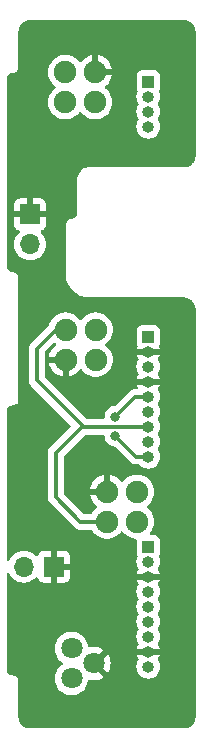
<source format=gbl>
G04 #@! TF.GenerationSoftware,KiCad,Pcbnew,7.0.11-7.0.11~ubuntu23.10.1*
G04 #@! TF.CreationDate,2024-06-17T23:23:06+02:00*
G04 #@! TF.ProjectId,Hardware_NanoPi_v7_ConnectorPlate,48617264-7761-4726-955f-4e616e6f5069,rev?*
G04 #@! TF.SameCoordinates,Original*
G04 #@! TF.FileFunction,Copper,L2,Bot*
G04 #@! TF.FilePolarity,Positive*
%FSLAX46Y46*%
G04 Gerber Fmt 4.6, Leading zero omitted, Abs format (unit mm)*
G04 Created by KiCad (PCBNEW 7.0.11-7.0.11~ubuntu23.10.1) date 2024-06-17 23:23:06*
%MOMM*%
%LPD*%
G01*
G04 APERTURE LIST*
G04 #@! TA.AperFunction,ComponentPad*
%ADD10R,1.000000X1.000000*%
G04 #@! TD*
G04 #@! TA.AperFunction,ComponentPad*
%ADD11O,1.000000X1.000000*%
G04 #@! TD*
G04 #@! TA.AperFunction,ComponentPad*
%ADD12O,1.900000X1.900000*%
G04 #@! TD*
G04 #@! TA.AperFunction,ComponentPad*
%ADD13C,1.800000*%
G04 #@! TD*
G04 #@! TA.AperFunction,ComponentPad*
%ADD14R,1.700000X1.700000*%
G04 #@! TD*
G04 #@! TA.AperFunction,ComponentPad*
%ADD15O,1.700000X1.700000*%
G04 #@! TD*
G04 #@! TA.AperFunction,ViaPad*
%ADD16C,0.800000*%
G04 #@! TD*
G04 #@! TA.AperFunction,Conductor*
%ADD17C,0.300000*%
G04 #@! TD*
G04 #@! TA.AperFunction,Conductor*
%ADD18C,0.350000*%
G04 #@! TD*
G04 APERTURE END LIST*
D10*
G04 #@! TO.P,J10,1,Pin_1*
G04 #@! TO.N,unconnected-(J10-Pin_1-Pad1)*
X12000000Y52760000D03*
D11*
G04 #@! TO.P,J10,2,Pin_2*
G04 #@! TO.N,unconnected-(J10-Pin_2-Pad2)*
X12000000Y51490000D03*
G04 #@! TO.P,J10,3,Pin_3*
G04 #@! TO.N,unconnected-(J10-Pin_3-Pad3)*
X12000000Y50220000D03*
G04 #@! TO.P,J10,4,Pin_4*
G04 #@! TO.N,unconnected-(J10-Pin_4-Pad4)*
X12000000Y48950000D03*
G04 #@! TD*
D10*
G04 #@! TO.P,J6,1,Pin_1*
G04 #@! TO.N,VBUS*
X12000000Y31170000D03*
D11*
G04 #@! TO.P,J6,2,Pin_2*
G04 #@! TO.N,GND*
X12000000Y29900000D03*
G04 #@! TO.P,J6,3,Pin_3*
G04 #@! TO.N,unconnected-(J6-Pin_3-Pad3)*
X12000000Y28630000D03*
G04 #@! TO.P,J6,4,Pin_4*
G04 #@! TO.N,GND*
X12000000Y27360000D03*
G04 #@! TO.P,J6,5,Pin_5*
G04 #@! TO.N,USBHost-DP1*
X12000000Y26090000D03*
G04 #@! TO.P,J6,6,Pin_6*
G04 #@! TO.N,USBHost-DM1*
X12000000Y24820000D03*
G04 #@! TO.P,J6,7,Pin_7*
G04 #@! TO.N,VDD_5V*
X12000000Y23550000D03*
G04 #@! TO.P,J6,8,Pin_8*
G04 #@! TO.N,USBHost-DP2*
X12000000Y22280000D03*
G04 #@! TO.P,J6,9,Pin_9*
G04 #@! TO.N,USBHost-DM2*
X12000000Y21010000D03*
G04 #@! TD*
D12*
G04 #@! TO.P,J4,1,Pin_1*
G04 #@! TO.N,VBUS*
X7500000Y51030000D03*
G04 #@! TO.P,J4,2,Pin_2*
G04 #@! TO.N,unconnected-(J4-Pin_2-Pad2)*
X4960000Y53570000D03*
G04 #@! TO.P,J4,3,Pin_3*
G04 #@! TO.N,unconnected-(J4-Pin_3-Pad3)*
X4960000Y51030000D03*
G04 #@! TO.P,J4,4,Pin_4*
G04 #@! TO.N,GND*
X7500000Y53570000D03*
G04 #@! TD*
G04 #@! TO.P,J3,1,Pin_1*
G04 #@! TO.N,VDD_5V*
X8500000Y15500000D03*
G04 #@! TO.P,J3,2,Pin_2*
G04 #@! TO.N,Net-(J3-Pin_2)*
X11040000Y15500000D03*
G04 #@! TO.P,J3,3,Pin_3*
G04 #@! TO.N,Net-(J3-Pin_3)*
X11040000Y18040000D03*
G04 #@! TO.P,J3,4,Pin_4*
G04 #@! TO.N,GND*
X8500000Y18040000D03*
G04 #@! TD*
G04 #@! TO.P,J2,1,Pin_1*
G04 #@! TO.N,VDD_5V*
X5000000Y31770000D03*
G04 #@! TO.P,J2,2,Pin_2*
G04 #@! TO.N,Net-(J2-Pin_2)*
X7540000Y29230000D03*
G04 #@! TO.P,J2,3,Pin_3*
G04 #@! TO.N,Net-(J2-Pin_3)*
X7540000Y31770000D03*
G04 #@! TO.P,J2,4,Pin_4*
G04 #@! TO.N,GND*
X5000000Y29230000D03*
G04 #@! TD*
D13*
G04 #@! TO.P,J5,1,Pin_1*
G04 #@! TO.N,R2IN*
X5500000Y2230000D03*
G04 #@! TO.P,J5,2,Pin_2*
G04 #@! TO.N,T2OUT*
X5500000Y4770000D03*
G04 #@! TO.P,J5,3,Pin_3*
G04 #@! TO.N,GND*
X7405000Y3500000D03*
G04 #@! TD*
D14*
G04 #@! TO.P,J12,1,Pin_1*
G04 #@! TO.N,GND*
X2000000Y41520000D03*
D15*
G04 #@! TO.P,J12,2,Pin_2*
G04 #@! TO.N,PWRBTN*
X2000000Y38980000D03*
G04 #@! TD*
D10*
G04 #@! TO.P,J8,1,Pin_1*
G04 #@! TO.N,T2OUT*
X12000000Y13390000D03*
D11*
G04 #@! TO.P,J8,2,Pin_2*
G04 #@! TO.N,R2IN*
X12000000Y12120000D03*
G04 #@! TO.P,J8,3,Pin_3*
G04 #@! TO.N,GND*
X12000000Y10850000D03*
G04 #@! TO.P,J8,4,Pin_4*
G04 #@! TO.N,unconnected-(J8-Pin_4-Pad4)*
X12000000Y9580000D03*
G04 #@! TO.P,J8,5,Pin_5*
G04 #@! TO.N,unconnected-(J8-Pin_5-Pad5)*
X12000000Y8310000D03*
G04 #@! TO.P,J8,6,Pin_6*
G04 #@! TO.N,unconnected-(J8-Pin_6-Pad6)*
X12000000Y7040000D03*
G04 #@! TO.P,J8,7,Pin_7*
G04 #@! TO.N,unconnected-(J8-Pin_7-Pad7)*
X12000000Y5770000D03*
G04 #@! TO.P,J8,8,Pin_8*
G04 #@! TO.N,GND*
X12000000Y4500000D03*
G04 #@! TO.P,J8,9,Pin_9*
G04 #@! TO.N,PWRBTN*
X12000000Y3230000D03*
G04 #@! TD*
D14*
G04 #@! TO.P,J11,1,Pin_1*
G04 #@! TO.N,GND*
X4000000Y11700000D03*
D15*
G04 #@! TO.P,J11,2,Pin_2*
G04 #@! TO.N,PWRBTN*
X1460000Y11700000D03*
G04 #@! TD*
D16*
G04 #@! TO.N,USBHost-DM2*
X9200000Y22775000D03*
G04 #@! TO.N,USBHost-DP1*
X9200000Y24400000D03*
G04 #@! TO.N,GND*
X3750000Y23600000D03*
X10450000Y4500000D03*
X10575001Y10825000D03*
X1600000Y47800000D03*
X6300000Y27450000D03*
X7950000Y5600000D03*
X9350000Y2900000D03*
X6200000Y46750000D03*
X7150000Y12600000D03*
X6050000Y21250000D03*
X5450000Y19400000D03*
X14300000Y56550000D03*
X14800000Y46600000D03*
X10150000Y30350000D03*
X3000000Y56750000D03*
X10200000Y27750000D03*
G04 #@! TD*
D17*
G04 #@! TO.N,USBHost-DM2*
X12000000Y21010000D02*
X10965000Y21010000D01*
X10965000Y21010000D02*
X9200000Y22775000D01*
D18*
G04 #@! TO.N,VDD_5V*
X2550000Y27500000D02*
X2550000Y30150000D01*
X6500000Y23550000D02*
X6450000Y23600000D01*
X6450000Y23600000D02*
X4150000Y21300000D01*
X12000000Y23550000D02*
X6500000Y23550000D01*
X6250000Y15500000D02*
X8500000Y15500000D01*
X6450000Y23600000D02*
X2550000Y27500000D01*
X4150000Y17600000D02*
X6250000Y15500000D01*
X2550000Y30150000D02*
X4170000Y31770000D01*
X4150000Y21300000D02*
X4150000Y17600000D01*
X4170000Y31770000D02*
X5000000Y31770000D01*
D17*
G04 #@! TO.N,USBHost-DP1*
X9200000Y24400000D02*
X10890000Y26090000D01*
X10890000Y26090000D02*
X12000000Y26090000D01*
G04 #@! TD*
G04 #@! TA.AperFunction,Conductor*
G04 #@! TO.N,GND*
G36*
X15005392Y57999028D02*
G01*
X15017433Y57997975D01*
X15044880Y57995574D01*
X15045961Y57995474D01*
X15171776Y57983082D01*
X15191685Y57979459D01*
X15256467Y57962101D01*
X15260203Y57961034D01*
X15351570Y57933318D01*
X15367959Y57927048D01*
X15433867Y57896314D01*
X15439867Y57893315D01*
X15482639Y57870452D01*
X15519046Y57850992D01*
X15531715Y57843209D01*
X15592889Y57800375D01*
X15600430Y57794654D01*
X15668455Y57738828D01*
X15677472Y57730655D01*
X15730653Y57677474D01*
X15738826Y57668457D01*
X15794652Y57600432D01*
X15800373Y57592891D01*
X15843207Y57531717D01*
X15850990Y57519048D01*
X15893304Y57439886D01*
X15896328Y57433837D01*
X15927041Y57367973D01*
X15933319Y57351564D01*
X15961008Y57260287D01*
X15962123Y57256384D01*
X15979454Y57191702D01*
X15983082Y57171762D01*
X15995456Y57046118D01*
X15995581Y57044777D01*
X15999028Y57005396D01*
X15999500Y56994584D01*
X15999500Y46505417D01*
X15999028Y46494604D01*
X15995581Y46455224D01*
X15995456Y46453884D01*
X15983082Y46328240D01*
X15979454Y46308300D01*
X15962123Y46243618D01*
X15961008Y46239715D01*
X15933319Y46148438D01*
X15927041Y46132029D01*
X15896328Y46066165D01*
X15893304Y46060116D01*
X15850990Y45980954D01*
X15843207Y45968285D01*
X15800373Y45907111D01*
X15794652Y45899570D01*
X15738826Y45831545D01*
X15730653Y45822528D01*
X15677472Y45769347D01*
X15668455Y45761174D01*
X15600430Y45705348D01*
X15592889Y45699627D01*
X15531715Y45656793D01*
X15519046Y45649010D01*
X15439884Y45606696D01*
X15433835Y45603672D01*
X15367971Y45572959D01*
X15351562Y45566681D01*
X15260285Y45538992D01*
X15256382Y45537877D01*
X15191700Y45520546D01*
X15171760Y45516918D01*
X15046116Y45504544D01*
X15044776Y45504419D01*
X15009760Y45501354D01*
X15005392Y45500972D01*
X14994584Y45500500D01*
X6912465Y45500500D01*
X6740062Y45470102D01*
X6575553Y45410225D01*
X6423942Y45322691D01*
X6289836Y45210164D01*
X6177309Y45076058D01*
X6089775Y44924447D01*
X6029898Y44759938D01*
X5999500Y44587535D01*
X5999500Y41653406D01*
X5998721Y41639527D01*
X5996666Y41621282D01*
X5996386Y41618987D01*
X5986074Y41540606D01*
X5980178Y41515836D01*
X5968817Y41483359D01*
X5966336Y41476858D01*
X5944547Y41424245D01*
X5934981Y41405725D01*
X5914657Y41373375D01*
X5908040Y41363860D01*
X5875499Y41321446D01*
X5864801Y41309246D01*
X5837184Y41281628D01*
X5824991Y41270935D01*
X5782581Y41238390D01*
X5773067Y41231772D01*
X5740715Y41211442D01*
X5722195Y41201873D01*
X5669577Y41180076D01*
X5663076Y41177594D01*
X5630651Y41166248D01*
X5605840Y41160345D01*
X5525437Y41149787D01*
X5523179Y41149512D01*
X5511961Y41148248D01*
X5507338Y41147727D01*
X5493454Y41146947D01*
X5448528Y41146947D01*
X5448091Y41146900D01*
X5443611Y41146900D01*
X5443609Y41146900D01*
X5443603Y41146899D01*
X5333660Y41121807D01*
X5232047Y41072877D01*
X5143872Y41002566D01*
X5143868Y41002561D01*
X5073549Y40914394D01*
X5024609Y40812787D01*
X5024608Y40812784D01*
X4999506Y40702841D01*
X4999505Y40702834D01*
X4999500Y40646541D01*
X4999500Y36368873D01*
X5021359Y36202846D01*
X5033730Y36108884D01*
X5067597Y35982491D01*
X5101602Y35855582D01*
X5101605Y35855572D01*
X5201953Y35613310D01*
X5201958Y35613300D01*
X5333075Y35386197D01*
X5492718Y35178149D01*
X5492726Y35178140D01*
X5678140Y34992726D01*
X5678148Y34992719D01*
X5886196Y34833076D01*
X6113299Y34701959D01*
X6113309Y34701954D01*
X6232212Y34652703D01*
X6355581Y34601602D01*
X6608884Y34533730D01*
X6868880Y34499500D01*
X6999901Y34499500D01*
X14994587Y34499500D01*
X15005392Y34499028D01*
X15017433Y34497975D01*
X15044880Y34495574D01*
X15045961Y34495474D01*
X15171776Y34483082D01*
X15191685Y34479459D01*
X15256467Y34462101D01*
X15260203Y34461034D01*
X15351570Y34433318D01*
X15367959Y34427048D01*
X15433867Y34396314D01*
X15439867Y34393315D01*
X15482639Y34370452D01*
X15519046Y34350992D01*
X15531715Y34343209D01*
X15592889Y34300375D01*
X15600430Y34294654D01*
X15668455Y34238828D01*
X15677472Y34230655D01*
X15730653Y34177474D01*
X15738826Y34168457D01*
X15794652Y34100432D01*
X15800373Y34092891D01*
X15843207Y34031717D01*
X15850990Y34019048D01*
X15893304Y33939886D01*
X15896328Y33933837D01*
X15927041Y33867973D01*
X15933319Y33851564D01*
X15961008Y33760287D01*
X15962123Y33756384D01*
X15979454Y33691702D01*
X15983082Y33671762D01*
X15995456Y33546118D01*
X15995581Y33544777D01*
X15999028Y33505396D01*
X15999500Y33494584D01*
X15999500Y-994583D01*
X15999028Y-1005396D01*
X15995581Y-1044776D01*
X15995456Y-1046116D01*
X15983082Y-1171760D01*
X15979454Y-1191700D01*
X15962123Y-1256382D01*
X15961008Y-1260285D01*
X15933319Y-1351562D01*
X15927041Y-1367971D01*
X15896328Y-1433835D01*
X15893304Y-1439884D01*
X15850990Y-1519046D01*
X15843207Y-1531715D01*
X15800373Y-1592889D01*
X15794652Y-1600430D01*
X15738826Y-1668455D01*
X15730653Y-1677472D01*
X15677472Y-1730653D01*
X15668455Y-1738826D01*
X15600430Y-1794652D01*
X15592889Y-1800373D01*
X15531715Y-1843207D01*
X15519046Y-1850990D01*
X15439884Y-1893304D01*
X15433835Y-1896328D01*
X15367971Y-1927041D01*
X15351562Y-1933319D01*
X15260285Y-1961008D01*
X15256382Y-1962123D01*
X15191700Y-1979454D01*
X15171760Y-1983082D01*
X15046116Y-1995456D01*
X15044776Y-1995581D01*
X15009760Y-1998646D01*
X15005392Y-1999028D01*
X14994584Y-1999500D01*
X2005416Y-1999500D01*
X1994606Y-1999028D01*
X1992001Y-1998800D01*
X1955223Y-1995581D01*
X1953882Y-1995456D01*
X1828238Y-1983082D01*
X1808298Y-1979454D01*
X1743616Y-1962123D01*
X1739713Y-1961008D01*
X1648436Y-1933319D01*
X1632027Y-1927041D01*
X1566163Y-1896328D01*
X1560114Y-1893304D01*
X1480952Y-1850990D01*
X1468283Y-1843207D01*
X1407109Y-1800373D01*
X1399568Y-1794652D01*
X1331543Y-1738826D01*
X1322526Y-1730653D01*
X1269345Y-1677472D01*
X1261172Y-1668455D01*
X1205346Y-1600430D01*
X1199625Y-1592889D01*
X1156791Y-1531715D01*
X1149008Y-1519046D01*
X1129548Y-1482639D01*
X1106685Y-1439867D01*
X1103686Y-1433867D01*
X1072952Y-1367959D01*
X1066682Y-1351570D01*
X1038966Y-1260203D01*
X1037899Y-1256467D01*
X1020541Y-1191685D01*
X1016918Y-1171776D01*
X1004526Y-1045961D01*
X1004417Y-1044776D01*
X1000972Y-1005391D01*
X1000500Y-994586D01*
X1000500Y2056392D01*
X1000499Y2056400D01*
X975403Y2166351D01*
X944754Y2229994D01*
X4094700Y2229994D01*
X4113864Y1998703D01*
X4113866Y1998692D01*
X4170842Y1773700D01*
X4264075Y1561152D01*
X4391016Y1366853D01*
X4391019Y1366849D01*
X4391021Y1366847D01*
X4548216Y1196087D01*
X4548219Y1196085D01*
X4548222Y1196082D01*
X4731365Y1053536D01*
X4731371Y1053532D01*
X4731374Y1053530D01*
X4935497Y943064D01*
X5049487Y903932D01*
X5155015Y867703D01*
X5155017Y867703D01*
X5155019Y867702D01*
X5383951Y829500D01*
X5383952Y829500D01*
X5616048Y829500D01*
X5616049Y829500D01*
X5844981Y867702D01*
X6064503Y943064D01*
X6268626Y1053530D01*
X6451784Y1196087D01*
X6608979Y1366847D01*
X6735924Y1561151D01*
X6829157Y1773700D01*
X6886134Y1998695D01*
X6889029Y2033645D01*
X6914182Y2098828D01*
X6970584Y2140066D01*
X7040327Y2144266D01*
X7052876Y2140683D01*
X7060143Y2138188D01*
X7288993Y2100000D01*
X7521007Y2100000D01*
X7749860Y2138189D01*
X7969293Y2213521D01*
X7969301Y2213524D01*
X8173355Y2323953D01*
X8203797Y2347649D01*
X8203798Y2347649D01*
X7449400Y3102047D01*
X7530148Y3114835D01*
X7643045Y3172359D01*
X7732641Y3261955D01*
X7790165Y3374852D01*
X7802953Y3455600D01*
X8556186Y2702367D01*
X8640482Y2831389D01*
X8733682Y3043865D01*
X8790638Y3268782D01*
X8809798Y3499995D01*
X8809798Y3500006D01*
X8790638Y3731219D01*
X8733682Y3956136D01*
X8640484Y4168607D01*
X8556186Y4297635D01*
X7802953Y3544402D01*
X7790165Y3625148D01*
X7732641Y3738045D01*
X7643045Y3827641D01*
X7530148Y3885165D01*
X7449400Y3897954D01*
X8203797Y4652353D01*
X8203797Y4652355D01*
X8173360Y4676045D01*
X8173354Y4676049D01*
X7969302Y4786477D01*
X7969293Y4786480D01*
X7749860Y4861812D01*
X7521007Y4900000D01*
X7288993Y4900000D01*
X7060140Y4861812D01*
X7052867Y4859315D01*
X6983069Y4856166D01*
X6922648Y4891253D01*
X6890788Y4953437D01*
X6889030Y4966345D01*
X6886134Y5001305D01*
X6870146Y5064441D01*
X6829157Y5226301D01*
X6735924Y5438849D01*
X6608983Y5633148D01*
X6608980Y5633151D01*
X6608979Y5633153D01*
X6451784Y5803913D01*
X6451779Y5803917D01*
X6451777Y5803919D01*
X6268634Y5946465D01*
X6268628Y5946469D01*
X6064504Y6056936D01*
X6064495Y6056939D01*
X5844984Y6132298D01*
X5673282Y6160950D01*
X5616049Y6170500D01*
X5383951Y6170500D01*
X5338164Y6162860D01*
X5155015Y6132298D01*
X4935504Y6056939D01*
X4935495Y6056936D01*
X4731371Y5946469D01*
X4731365Y5946465D01*
X4548222Y5803919D01*
X4548219Y5803916D01*
X4391016Y5633148D01*
X4264075Y5438849D01*
X4170842Y5226301D01*
X4113866Y5001309D01*
X4113864Y5001298D01*
X4094700Y4770007D01*
X4094700Y4769994D01*
X4113864Y4538703D01*
X4113866Y4538692D01*
X4170842Y4313700D01*
X4264075Y4101152D01*
X4391016Y3906853D01*
X4391019Y3906849D01*
X4391021Y3906847D01*
X4548216Y3736087D01*
X4548219Y3736085D01*
X4548222Y3736082D01*
X4725818Y3597853D01*
X4766631Y3541143D01*
X4770306Y3471370D01*
X4735674Y3410687D01*
X4725818Y3402147D01*
X4548222Y3263919D01*
X4548219Y3263916D01*
X4391016Y3093148D01*
X4264075Y2898849D01*
X4170842Y2686301D01*
X4113866Y2461309D01*
X4113864Y2461298D01*
X4094700Y2230007D01*
X4094700Y2229994D01*
X944754Y2229994D01*
X926467Y2267967D01*
X926466Y2267970D01*
X881819Y2323953D01*
X856146Y2356146D01*
X826753Y2379587D01*
X767969Y2426467D01*
X767966Y2426468D01*
X666350Y2475404D01*
X556399Y2500500D01*
X556393Y2500500D01*
X506966Y2500500D01*
X493079Y2501280D01*
X474783Y2503342D01*
X472484Y2503623D01*
X394169Y2513934D01*
X369401Y2519831D01*
X336904Y2531202D01*
X330407Y2533682D01*
X297958Y2547122D01*
X277813Y2555467D01*
X259296Y2565033D01*
X226945Y2585361D01*
X217431Y2591979D01*
X175018Y2624524D01*
X162824Y2635218D01*
X135216Y2662826D01*
X124522Y2675020D01*
X91977Y2717433D01*
X85359Y2726947D01*
X82163Y2732033D01*
X65027Y2759305D01*
X55469Y2777805D01*
X33674Y2830425D01*
X31200Y2836906D01*
X19829Y2869403D01*
X13932Y2894172D01*
X13316Y2898849D01*
X3616Y2972533D01*
X3338Y2974811D01*
X1280Y2993077D01*
X500Y3006960D01*
X500Y11075025D01*
X20185Y11142064D01*
X72989Y11187819D01*
X142147Y11197763D01*
X205703Y11168738D01*
X236882Y11127429D01*
X285963Y11022174D01*
X285967Y11022166D01*
X366394Y10907306D01*
X421505Y10828599D01*
X588599Y10661505D01*
X665135Y10607914D01*
X782165Y10525968D01*
X782167Y10525967D01*
X782170Y10525965D01*
X996337Y10426097D01*
X1224592Y10364937D01*
X1395319Y10350000D01*
X1459999Y10344341D01*
X1460000Y10344341D01*
X1460001Y10344341D01*
X1524681Y10350000D01*
X1695408Y10364937D01*
X1923663Y10426097D01*
X2137830Y10525965D01*
X2331401Y10661505D01*
X2453717Y10783822D01*
X2515036Y10817304D01*
X2584728Y10812320D01*
X2640662Y10770449D01*
X2657577Y10739472D01*
X2706646Y10607912D01*
X2706649Y10607907D01*
X2792809Y10492813D01*
X2792812Y10492810D01*
X2907906Y10406650D01*
X2907913Y10406646D01*
X3042620Y10356404D01*
X3042627Y10356402D01*
X3102155Y10350001D01*
X3102172Y10350000D01*
X3750000Y10350000D01*
X3750000Y11264499D01*
X3857685Y11215320D01*
X3964237Y11200000D01*
X4035763Y11200000D01*
X4142315Y11215320D01*
X4250000Y11264499D01*
X4250000Y10350000D01*
X4897828Y10350000D01*
X4897844Y10350001D01*
X4957372Y10356402D01*
X4957379Y10356404D01*
X5092086Y10406646D01*
X5092093Y10406650D01*
X5207187Y10492810D01*
X5207190Y10492813D01*
X5293350Y10607907D01*
X5293354Y10607914D01*
X5343596Y10742621D01*
X5343598Y10742628D01*
X5349999Y10802156D01*
X5350000Y10802173D01*
X5350000Y11450000D01*
X4433686Y11450000D01*
X4459493Y11490156D01*
X4500000Y11628111D01*
X4500000Y11771889D01*
X4459493Y11909844D01*
X4433686Y11950000D01*
X5350000Y11950000D01*
X5350000Y12597828D01*
X5349999Y12597845D01*
X5343598Y12657373D01*
X5343596Y12657380D01*
X5293354Y12792087D01*
X5293350Y12792094D01*
X5207190Y12907188D01*
X5207187Y12907191D01*
X5092093Y12993351D01*
X5092086Y12993355D01*
X4957379Y13043597D01*
X4957372Y13043599D01*
X4897844Y13050000D01*
X4250000Y13050000D01*
X4250000Y12135502D01*
X4142315Y12184680D01*
X4035763Y12200000D01*
X3964237Y12200000D01*
X3857685Y12184680D01*
X3750000Y12135502D01*
X3750000Y13050000D01*
X3102155Y13050000D01*
X3042627Y13043599D01*
X3042620Y13043597D01*
X2907913Y12993355D01*
X2907906Y12993351D01*
X2792812Y12907191D01*
X2792809Y12907188D01*
X2706649Y12792094D01*
X2706645Y12792087D01*
X2657578Y12660530D01*
X2615707Y12604596D01*
X2550242Y12580179D01*
X2481969Y12595031D01*
X2453715Y12616181D01*
X2409366Y12660530D01*
X2331401Y12738495D01*
X2331397Y12738498D01*
X2331396Y12738499D01*
X2137834Y12874033D01*
X2137830Y12874035D01*
X2066727Y12907191D01*
X1923663Y12973903D01*
X1923659Y12973904D01*
X1923655Y12973906D01*
X1695413Y13035062D01*
X1695403Y13035064D01*
X1460001Y13055659D01*
X1459999Y13055659D01*
X1224596Y13035064D01*
X1224586Y13035062D01*
X996344Y12973906D01*
X996335Y12973902D01*
X782171Y12874036D01*
X782169Y12874035D01*
X588597Y12738495D01*
X421505Y12571403D01*
X285965Y12377831D01*
X285964Y12377829D01*
X236882Y12272571D01*
X190710Y12220132D01*
X123516Y12200980D01*
X56635Y12221196D01*
X11300Y12274361D01*
X500Y12324976D01*
X500Y24846594D01*
X1278Y24860458D01*
X2169Y24868380D01*
X3344Y24878818D01*
X3595Y24880883D01*
X13927Y24959410D01*
X19816Y24984154D01*
X31197Y25016688D01*
X33642Y25023092D01*
X55458Y25075772D01*
X65015Y25094273D01*
X85353Y25126645D01*
X91937Y25136113D01*
X124520Y25178581D01*
X135177Y25190734D01*
X162824Y25218384D01*
X175007Y25229067D01*
X216809Y25261145D01*
X217419Y25261614D01*
X226924Y25268226D01*
X259289Y25288564D01*
X277792Y25298124D01*
X330472Y25319946D01*
X336840Y25322378D01*
X369362Y25333758D01*
X394151Y25339656D01*
X474700Y25350232D01*
X476692Y25350474D01*
X490377Y25352016D01*
X492671Y25352274D01*
X506547Y25353053D01*
X551472Y25353053D01*
X551909Y25353100D01*
X556386Y25353100D01*
X556389Y25353100D01*
X666341Y25378194D01*
X767953Y25427124D01*
X856130Y25497437D01*
X926451Y25585607D01*
X975391Y25687214D01*
X1000495Y25797164D01*
X1000500Y25853553D01*
X1000500Y25854053D01*
X1000500Y27458915D01*
X1870781Y27458915D01*
X1881207Y27402013D01*
X1882334Y27394613D01*
X1889312Y27337155D01*
X1892637Y27328386D01*
X1898661Y27306777D01*
X1900350Y27297560D01*
X1924095Y27244800D01*
X1926960Y27237883D01*
X1947481Y27183776D01*
X1947481Y27183775D01*
X1952805Y27176062D01*
X1963824Y27156524D01*
X1967671Y27147977D01*
X1967672Y27147975D01*
X1967673Y27147974D01*
X1967674Y27147972D01*
X2003372Y27102408D01*
X2007785Y27096411D01*
X2040668Y27048771D01*
X2083989Y27010392D01*
X2089426Y27005273D01*
X5407017Y23687682D01*
X5440502Y23626359D01*
X5435518Y23556667D01*
X5407017Y23512320D01*
X3689424Y21794727D01*
X3683972Y21789594D01*
X3640669Y21751231D01*
X3640667Y21751228D01*
X3607800Y21703613D01*
X3603363Y21697583D01*
X3567674Y21652030D01*
X3563824Y21643475D01*
X3552808Y21623944D01*
X3547484Y21616230D01*
X3547482Y21616226D01*
X3526965Y21562131D01*
X3524102Y21555219D01*
X3500350Y21502440D01*
X3498661Y21493223D01*
X3492639Y21471619D01*
X3489311Y21462845D01*
X3482334Y21405387D01*
X3481207Y21397989D01*
X3470781Y21341092D01*
X3470781Y21341085D01*
X3474274Y21283337D01*
X3474500Y21275850D01*
X3474500Y17624151D01*
X3474274Y17616664D01*
X3470781Y17558918D01*
X3470781Y17558915D01*
X3481207Y17502013D01*
X3482334Y17494613D01*
X3489312Y17437155D01*
X3492637Y17428386D01*
X3498661Y17406777D01*
X3500350Y17397560D01*
X3524095Y17344800D01*
X3526960Y17337883D01*
X3547481Y17283776D01*
X3547481Y17283775D01*
X3552805Y17276062D01*
X3563824Y17256524D01*
X3567671Y17247977D01*
X3567672Y17247975D01*
X3567673Y17247974D01*
X3567674Y17247972D01*
X3603372Y17202408D01*
X3607785Y17196411D01*
X3640668Y17148771D01*
X3683989Y17110392D01*
X3689426Y17105273D01*
X5755279Y15039419D01*
X5760399Y15033981D01*
X5798771Y14990668D01*
X5798772Y14990667D01*
X5846387Y14957801D01*
X5852421Y14953361D01*
X5897967Y14917678D01*
X5897971Y14917675D01*
X5906506Y14913834D01*
X5926065Y14902803D01*
X5933772Y14897483D01*
X5933773Y14897483D01*
X5933774Y14897482D01*
X5987878Y14876963D01*
X5994788Y14874101D01*
X6047561Y14850350D01*
X6056776Y14848662D01*
X6078389Y14842637D01*
X6087155Y14839312D01*
X6144617Y14832335D01*
X6151977Y14831216D01*
X6208915Y14820781D01*
X6266658Y14824275D01*
X6274145Y14824500D01*
X7141590Y14824500D01*
X7208629Y14804815D01*
X7245398Y14768322D01*
X7333808Y14633002D01*
X7351429Y14606031D01*
X7514236Y14429175D01*
X7514239Y14429173D01*
X7514242Y14429170D01*
X7703924Y14281534D01*
X7703930Y14281530D01*
X7703933Y14281528D01*
X7915344Y14167118D01*
X7915347Y14167117D01*
X8142699Y14089067D01*
X8142701Y14089067D01*
X8142703Y14089066D01*
X8379808Y14049500D01*
X8379809Y14049500D01*
X8620191Y14049500D01*
X8620192Y14049500D01*
X8857297Y14089066D01*
X9084656Y14167118D01*
X9296067Y14281528D01*
X9485764Y14429175D01*
X9648571Y14606031D01*
X9666193Y14633005D01*
X9719337Y14678359D01*
X9788568Y14687783D01*
X9851904Y14658282D01*
X9873804Y14633008D01*
X9891429Y14606031D01*
X10054236Y14429175D01*
X10054239Y14429173D01*
X10054242Y14429170D01*
X10243924Y14281534D01*
X10243930Y14281530D01*
X10243933Y14281528D01*
X10455344Y14167118D01*
X10682703Y14089066D01*
X10895911Y14053488D01*
X10958794Y14023039D01*
X10995234Y13963424D01*
X10999500Y13931180D01*
X10999500Y12842130D01*
X10999501Y12842124D01*
X11005908Y12782517D01*
X11056202Y12647672D01*
X11056204Y12647669D01*
X11062231Y12639618D01*
X11086648Y12574154D01*
X11073105Y12510530D01*
X11073518Y12510359D01*
X11072595Y12508131D01*
X11072324Y12506857D01*
X11071188Y12504733D01*
X11013975Y12316130D01*
X10994659Y12120000D01*
X11013975Y11923871D01*
X11071188Y11735267D01*
X11164086Y11561468D01*
X11167473Y11556399D01*
X11165955Y11555385D01*
X11189918Y11498958D01*
X11178124Y11430091D01*
X11167515Y11413580D01*
X11167893Y11413327D01*
X11164505Y11408258D01*
X11071652Y11234542D01*
X11030839Y11100001D01*
X11030840Y11100000D01*
X11785517Y11100000D01*
X11714199Y11015007D01*
X11675000Y10907306D01*
X11675000Y10792694D01*
X11714199Y10684993D01*
X11785517Y10600000D01*
X11030840Y10600000D01*
X11071652Y10465459D01*
X11164503Y10291747D01*
X11167890Y10286678D01*
X11166215Y10285560D01*
X11189918Y10229741D01*
X11178123Y10160875D01*
X11167158Y10143812D01*
X11167473Y10143601D01*
X11164086Y10138533D01*
X11071188Y9964734D01*
X11013975Y9776130D01*
X10994659Y9580000D01*
X11013975Y9383871D01*
X11071188Y9195267D01*
X11164086Y9021468D01*
X11167473Y9016399D01*
X11165836Y9015306D01*
X11189596Y8959337D01*
X11177795Y8890471D01*
X11167109Y8873844D01*
X11167473Y8873601D01*
X11164086Y8868533D01*
X11071188Y8694734D01*
X11013975Y8506130D01*
X10994659Y8310000D01*
X11013975Y8113871D01*
X11071188Y7925267D01*
X11164086Y7751468D01*
X11167473Y7746399D01*
X11165836Y7745306D01*
X11189596Y7689337D01*
X11177795Y7620471D01*
X11167109Y7603844D01*
X11167473Y7603601D01*
X11164086Y7598533D01*
X11071188Y7424734D01*
X11013975Y7236130D01*
X10994659Y7040000D01*
X11013975Y6843871D01*
X11071188Y6655267D01*
X11164086Y6481468D01*
X11167473Y6476399D01*
X11165836Y6475306D01*
X11189596Y6419337D01*
X11177795Y6350471D01*
X11167109Y6333844D01*
X11167473Y6333601D01*
X11164086Y6328533D01*
X11071188Y6154734D01*
X11013975Y5966130D01*
X10994659Y5770000D01*
X11013975Y5573871D01*
X11071188Y5385267D01*
X11164086Y5211468D01*
X11167473Y5206399D01*
X11165955Y5205385D01*
X11189918Y5148958D01*
X11178124Y5080091D01*
X11167515Y5063580D01*
X11167893Y5063327D01*
X11164505Y5058258D01*
X11071652Y4884542D01*
X11030839Y4750001D01*
X11030840Y4750000D01*
X11785517Y4750000D01*
X11714199Y4665007D01*
X11675000Y4557306D01*
X11675000Y4442694D01*
X11714199Y4334993D01*
X11785517Y4250000D01*
X11030840Y4250000D01*
X11071652Y4115459D01*
X11164503Y3941747D01*
X11167890Y3936678D01*
X11166215Y3935560D01*
X11189918Y3879741D01*
X11178123Y3810875D01*
X11167158Y3793812D01*
X11167473Y3793601D01*
X11164086Y3788533D01*
X11071188Y3614734D01*
X11013975Y3426130D01*
X10994659Y3230000D01*
X11013975Y3033871D01*
X11071188Y2845267D01*
X11164086Y2671468D01*
X11164090Y2671461D01*
X11289116Y2519117D01*
X11441460Y2394091D01*
X11441467Y2394087D01*
X11615266Y2301189D01*
X11615269Y2301189D01*
X11615273Y2301186D01*
X11803868Y2243976D01*
X12000000Y2224659D01*
X12196132Y2243976D01*
X12384727Y2301186D01*
X12558538Y2394090D01*
X12710883Y2519117D01*
X12835910Y2671462D01*
X12928814Y2845273D01*
X12986024Y3033868D01*
X13005341Y3230000D01*
X12986024Y3426132D01*
X12928814Y3614727D01*
X12835910Y3788538D01*
X12835906Y3788543D01*
X12832526Y3793601D01*
X12834044Y3794616D01*
X12810081Y3851038D01*
X12821872Y3919906D01*
X12832492Y3936426D01*
X12832111Y3936680D01*
X12835497Y3941748D01*
X12928347Y4115459D01*
X12969160Y4250000D01*
X12214483Y4250000D01*
X12285801Y4334993D01*
X12325000Y4442694D01*
X12325000Y4557306D01*
X12285801Y4665007D01*
X12214483Y4750000D01*
X12969160Y4750000D01*
X12969160Y4750001D01*
X12928347Y4884542D01*
X12835496Y5058254D01*
X12832110Y5063322D01*
X12833784Y5064441D01*
X12810081Y5120254D01*
X12821874Y5189121D01*
X12832839Y5206182D01*
X12832523Y5206393D01*
X12835904Y5211456D01*
X12835910Y5211462D01*
X12928814Y5385273D01*
X12986024Y5573868D01*
X13005341Y5770000D01*
X12986024Y5966132D01*
X12928814Y6154727D01*
X12835910Y6328538D01*
X12835907Y6328542D01*
X12832523Y6333607D01*
X12834164Y6334704D01*
X12810405Y6390639D01*
X12822194Y6459507D01*
X12832888Y6476149D01*
X12832523Y6476393D01*
X12835904Y6481456D01*
X12835910Y6481462D01*
X12928814Y6655273D01*
X12986024Y6843868D01*
X13005341Y7040000D01*
X12986024Y7236132D01*
X12928814Y7424727D01*
X12835910Y7598538D01*
X12835907Y7598542D01*
X12832523Y7603607D01*
X12834164Y7604704D01*
X12810405Y7660639D01*
X12822194Y7729507D01*
X12832888Y7746149D01*
X12832523Y7746393D01*
X12835904Y7751456D01*
X12835910Y7751462D01*
X12928814Y7925273D01*
X12986024Y8113868D01*
X13005341Y8310000D01*
X12986024Y8506132D01*
X12928814Y8694727D01*
X12835910Y8868538D01*
X12835907Y8868542D01*
X12832523Y8873607D01*
X12834164Y8874704D01*
X12810405Y8930639D01*
X12822194Y8999507D01*
X12832888Y9016149D01*
X12832523Y9016393D01*
X12835904Y9021456D01*
X12835910Y9021462D01*
X12928814Y9195273D01*
X12986024Y9383868D01*
X13005341Y9580000D01*
X12986024Y9776132D01*
X12928814Y9964727D01*
X12835910Y10138538D01*
X12835906Y10138543D01*
X12832526Y10143601D01*
X12834044Y10144616D01*
X12810081Y10201038D01*
X12821872Y10269906D01*
X12832492Y10286426D01*
X12832111Y10286680D01*
X12835497Y10291748D01*
X12928347Y10465459D01*
X12969160Y10600000D01*
X12214483Y10600000D01*
X12285801Y10684993D01*
X12325000Y10792694D01*
X12325000Y10907306D01*
X12285801Y11015007D01*
X12214483Y11100000D01*
X12969160Y11100000D01*
X12969160Y11100001D01*
X12928347Y11234542D01*
X12835496Y11408254D01*
X12832110Y11413322D01*
X12833784Y11414441D01*
X12810081Y11470254D01*
X12821874Y11539121D01*
X12832839Y11556182D01*
X12832523Y11556393D01*
X12835904Y11561456D01*
X12835910Y11561462D01*
X12928814Y11735273D01*
X12986024Y11923868D01*
X13005341Y12120000D01*
X12986024Y12316132D01*
X12928814Y12504727D01*
X12927677Y12506854D01*
X12927418Y12508096D01*
X12926483Y12510355D01*
X12926911Y12510533D01*
X12913435Y12575254D01*
X12937771Y12639621D01*
X12943796Y12647669D01*
X12994091Y12782517D01*
X13000500Y12842127D01*
X13000499Y13937872D01*
X12994091Y13997483D01*
X12984559Y14023039D01*
X12943797Y14132329D01*
X12943793Y14132336D01*
X12857547Y14247545D01*
X12857544Y14247548D01*
X12742335Y14333794D01*
X12742328Y14333798D01*
X12607482Y14384092D01*
X12607483Y14384092D01*
X12547883Y14390499D01*
X12547881Y14390500D01*
X12547873Y14390500D01*
X12547865Y14390500D01*
X12272852Y14390500D01*
X12205813Y14410185D01*
X12160058Y14462989D01*
X12150114Y14532147D01*
X12179139Y14595703D01*
X12181606Y14598466D01*
X12188571Y14606031D01*
X12320049Y14807272D01*
X12416610Y15027409D01*
X12475620Y15260437D01*
X12495471Y15500000D01*
X12475620Y15739563D01*
X12416610Y15972591D01*
X12320049Y16192728D01*
X12309999Y16208110D01*
X12188572Y16393967D01*
X12188571Y16393969D01*
X12025764Y16570825D01*
X11895585Y16672148D01*
X11854773Y16728857D01*
X11851098Y16798630D01*
X11885730Y16859313D01*
X11895585Y16867853D01*
X12025764Y16969175D01*
X12188571Y17146031D01*
X12320049Y17347272D01*
X12416610Y17567409D01*
X12475620Y17800437D01*
X12485101Y17914852D01*
X12495471Y18039995D01*
X12495471Y18040006D01*
X12475620Y18279560D01*
X12475620Y18279563D01*
X12416610Y18512591D01*
X12320049Y18732728D01*
X12188571Y18933969D01*
X12025764Y19110825D01*
X12025759Y19110829D01*
X12025757Y19110831D01*
X11836075Y19258467D01*
X11836069Y19258471D01*
X11624657Y19372882D01*
X11624652Y19372884D01*
X11397300Y19450934D01*
X11219468Y19480609D01*
X11160192Y19490500D01*
X10919808Y19490500D01*
X10872387Y19482587D01*
X10682699Y19450934D01*
X10455347Y19372884D01*
X10455342Y19372882D01*
X10243930Y19258471D01*
X10243924Y19258467D01*
X10054242Y19110831D01*
X10054239Y19110828D01*
X10054236Y19110826D01*
X10054236Y19110825D01*
X10022906Y19076792D01*
X9891428Y18933969D01*
X9873509Y18906541D01*
X9820362Y18861185D01*
X9751130Y18851762D01*
X9687795Y18881265D01*
X9665893Y18906542D01*
X9648178Y18933656D01*
X9485422Y19110456D01*
X9295790Y19258053D01*
X9084455Y19372422D01*
X9084449Y19372424D01*
X8857176Y19450447D01*
X8750000Y19468332D01*
X8750000Y18355686D01*
X8738045Y18367641D01*
X8625148Y18425165D01*
X8531481Y18440000D01*
X8468519Y18440000D01*
X8374852Y18425165D01*
X8261955Y18367641D01*
X8250000Y18355686D01*
X8250000Y19468332D01*
X8249999Y19468332D01*
X8142823Y19450447D01*
X7915550Y19372424D01*
X7915544Y19372422D01*
X7704209Y19258053D01*
X7514577Y19110456D01*
X7351826Y18933662D01*
X7351823Y18933658D01*
X7220393Y18732491D01*
X7123865Y18512429D01*
X7067539Y18290000D01*
X8184314Y18290000D01*
X8172359Y18278045D01*
X8114835Y18165148D01*
X8095014Y18040000D01*
X8114835Y17914852D01*
X8172359Y17801955D01*
X8184314Y17790000D01*
X7067539Y17790000D01*
X7123865Y17567572D01*
X7220393Y17347510D01*
X7351823Y17146343D01*
X7351826Y17146339D01*
X7514577Y16969545D01*
X7644821Y16868172D01*
X7685634Y16811461D01*
X7689309Y16741688D01*
X7654678Y16681005D01*
X7644822Y16672465D01*
X7514238Y16570827D01*
X7351430Y16393971D01*
X7351427Y16393967D01*
X7245398Y16231678D01*
X7192252Y16186321D01*
X7141590Y16175500D01*
X6581164Y16175500D01*
X6514125Y16195185D01*
X6493483Y16211819D01*
X4861819Y17843483D01*
X4828334Y17904806D01*
X4825500Y17931164D01*
X4825500Y20968837D01*
X4845185Y21035876D01*
X4861819Y21056518D01*
X6643483Y22838181D01*
X6704806Y22871666D01*
X6731164Y22874500D01*
X8172432Y22874500D01*
X8239471Y22854815D01*
X8285226Y22802011D01*
X8295752Y22763465D01*
X8314326Y22586744D01*
X8314327Y22586741D01*
X8372818Y22406723D01*
X8372821Y22406716D01*
X8467467Y22242784D01*
X8564477Y22135044D01*
X8594129Y22102112D01*
X8747265Y21990852D01*
X8747270Y21990849D01*
X8920192Y21913858D01*
X8920197Y21913856D01*
X9105354Y21874500D01*
X9129192Y21874500D01*
X9196231Y21854815D01*
X9216873Y21838181D01*
X10444564Y20610490D01*
X10454635Y20597920D01*
X10454822Y20598074D01*
X10459795Y20592063D01*
X10510832Y20544136D01*
X10513629Y20541425D01*
X10533967Y20521087D01*
X10537450Y20518385D01*
X10546326Y20510804D01*
X10572145Y20486559D01*
X10579607Y20479552D01*
X10579610Y20479550D01*
X10579612Y20479549D01*
X10598207Y20469326D01*
X10614468Y20458644D01*
X10623729Y20451461D01*
X10631236Y20445638D01*
X10673138Y20427506D01*
X10683612Y20422375D01*
X10723632Y20400373D01*
X10744204Y20395092D01*
X10762594Y20388795D01*
X10782074Y20380365D01*
X10827175Y20373223D01*
X10838586Y20370859D01*
X10882823Y20359500D01*
X10904045Y20359500D01*
X10923444Y20357974D01*
X10944405Y20354653D01*
X10989860Y20358950D01*
X11001530Y20359500D01*
X11180914Y20359500D01*
X11247953Y20339815D01*
X11276768Y20314164D01*
X11289117Y20299117D01*
X11441460Y20174091D01*
X11441467Y20174087D01*
X11615266Y20081189D01*
X11615269Y20081189D01*
X11615273Y20081186D01*
X11803868Y20023976D01*
X12000000Y20004659D01*
X12196132Y20023976D01*
X12384727Y20081186D01*
X12558538Y20174090D01*
X12710883Y20299117D01*
X12835910Y20451462D01*
X12928814Y20625273D01*
X12986024Y20813868D01*
X13005341Y21010000D01*
X12986024Y21206132D01*
X12928814Y21394727D01*
X12927070Y21397989D01*
X12882089Y21482143D01*
X12835910Y21568538D01*
X12835907Y21568542D01*
X12832523Y21573607D01*
X12834164Y21574704D01*
X12810405Y21630639D01*
X12822194Y21699507D01*
X12832888Y21716149D01*
X12832523Y21716393D01*
X12835904Y21721456D01*
X12835910Y21721462D01*
X12928814Y21895273D01*
X12986024Y22083868D01*
X13005341Y22280000D01*
X12986024Y22476132D01*
X12928814Y22664727D01*
X12835910Y22838538D01*
X12835907Y22838542D01*
X12832523Y22843607D01*
X12834164Y22844704D01*
X12810405Y22900639D01*
X12822194Y22969507D01*
X12832888Y22986149D01*
X12832523Y22986393D01*
X12835904Y22991456D01*
X12835910Y22991462D01*
X12928814Y23165273D01*
X12986024Y23353868D01*
X13005341Y23550000D01*
X12986024Y23746132D01*
X12928814Y23934727D01*
X12835910Y24108538D01*
X12835907Y24108542D01*
X12832523Y24113607D01*
X12834164Y24114704D01*
X12810405Y24170639D01*
X12822194Y24239507D01*
X12832888Y24256149D01*
X12832523Y24256393D01*
X12835904Y24261456D01*
X12835910Y24261462D01*
X12928814Y24435273D01*
X12986024Y24623868D01*
X13005341Y24820000D01*
X12986024Y25016132D01*
X12928814Y25204727D01*
X12835910Y25378538D01*
X12835907Y25378542D01*
X12832523Y25383607D01*
X12834164Y25384704D01*
X12810405Y25440639D01*
X12822194Y25509507D01*
X12832888Y25526149D01*
X12832523Y25526393D01*
X12835904Y25531456D01*
X12835910Y25531462D01*
X12928814Y25705273D01*
X12986024Y25893868D01*
X13005341Y26090000D01*
X12986024Y26286132D01*
X12928814Y26474727D01*
X12835910Y26648538D01*
X12835906Y26648543D01*
X12832526Y26653601D01*
X12834044Y26654616D01*
X12810081Y26711038D01*
X12821872Y26779906D01*
X12832492Y26796426D01*
X12832111Y26796680D01*
X12835497Y26801748D01*
X12928347Y26975459D01*
X12969160Y27110000D01*
X12214483Y27110000D01*
X12285801Y27194993D01*
X12325000Y27302694D01*
X12325000Y27417306D01*
X12285801Y27525007D01*
X12214483Y27610000D01*
X12969160Y27610000D01*
X12969160Y27610001D01*
X12928347Y27744542D01*
X12835496Y27918254D01*
X12832110Y27923322D01*
X12833784Y27924441D01*
X12810081Y27980254D01*
X12821874Y28049121D01*
X12832839Y28066182D01*
X12832523Y28066393D01*
X12835904Y28071456D01*
X12835910Y28071462D01*
X12928814Y28245273D01*
X12986024Y28433868D01*
X13005341Y28630000D01*
X12986024Y28826132D01*
X12928814Y29014727D01*
X12835910Y29188538D01*
X12835906Y29188543D01*
X12832526Y29193601D01*
X12834044Y29194616D01*
X12810081Y29251038D01*
X12821872Y29319906D01*
X12832492Y29336426D01*
X12832111Y29336680D01*
X12835497Y29341748D01*
X12928347Y29515459D01*
X12969160Y29650000D01*
X12214483Y29650000D01*
X12285801Y29734993D01*
X12325000Y29842694D01*
X12325000Y29957306D01*
X12285801Y30065007D01*
X12214483Y30150000D01*
X12969160Y30150000D01*
X12969160Y30150001D01*
X12928348Y30284538D01*
X12927345Y30286415D01*
X12927115Y30287517D01*
X12926018Y30290167D01*
X12926520Y30290376D01*
X12913105Y30354818D01*
X12937440Y30419179D01*
X12943796Y30427669D01*
X12994091Y30562517D01*
X13000500Y30622127D01*
X13000499Y31717872D01*
X12994091Y31777483D01*
X12943796Y31912331D01*
X12943795Y31912332D01*
X12943793Y31912336D01*
X12857547Y32027545D01*
X12857544Y32027548D01*
X12742335Y32113794D01*
X12742328Y32113798D01*
X12607482Y32164092D01*
X12607483Y32164092D01*
X12547883Y32170499D01*
X12547881Y32170500D01*
X12547873Y32170500D01*
X12547864Y32170500D01*
X11452129Y32170500D01*
X11452123Y32170499D01*
X11392516Y32164092D01*
X11257671Y32113798D01*
X11257664Y32113794D01*
X11142455Y32027548D01*
X11142452Y32027545D01*
X11056206Y31912336D01*
X11056202Y31912329D01*
X11005908Y31777483D01*
X10999501Y31717884D01*
X10999501Y31717877D01*
X10999500Y31717865D01*
X10999500Y30622130D01*
X10999501Y30622124D01*
X11005908Y30562517D01*
X11056202Y30427672D01*
X11056206Y30427665D01*
X11062561Y30419176D01*
X11086979Y30353712D01*
X11073495Y30290364D01*
X11073981Y30290162D01*
X11072894Y30287539D01*
X11072655Y30286414D01*
X11071650Y30284536D01*
X11030839Y30150001D01*
X11030840Y30150000D01*
X11785517Y30150000D01*
X11714199Y30065007D01*
X11675000Y29957306D01*
X11675000Y29842694D01*
X11714199Y29734993D01*
X11785517Y29650000D01*
X11030840Y29650000D01*
X11071652Y29515459D01*
X11164503Y29341747D01*
X11167890Y29336678D01*
X11166215Y29335560D01*
X11189918Y29279741D01*
X11178123Y29210875D01*
X11167158Y29193812D01*
X11167473Y29193601D01*
X11164086Y29188533D01*
X11071188Y29014734D01*
X11013975Y28826130D01*
X10994659Y28630000D01*
X11013975Y28433871D01*
X11071188Y28245267D01*
X11164086Y28071468D01*
X11167473Y28066399D01*
X11165955Y28065385D01*
X11189918Y28008958D01*
X11178124Y27940091D01*
X11167515Y27923580D01*
X11167893Y27923327D01*
X11164505Y27918258D01*
X11071652Y27744542D01*
X11030839Y27610001D01*
X11030840Y27610000D01*
X11785517Y27610000D01*
X11714199Y27525007D01*
X11675000Y27417306D01*
X11675000Y27302694D01*
X11714199Y27194993D01*
X11785517Y27110000D01*
X11030840Y27110000D01*
X11071652Y26975461D01*
X11099718Y26922952D01*
X11113959Y26854549D01*
X11088958Y26789306D01*
X11032653Y26747936D01*
X10990359Y26740500D01*
X10975505Y26740500D01*
X10959494Y26742268D01*
X10959472Y26742026D01*
X10951705Y26742760D01*
X10951704Y26742760D01*
X10881738Y26740561D01*
X10877843Y26740500D01*
X10849075Y26740500D01*
X10849072Y26740500D01*
X10849057Y26740499D01*
X10844687Y26739947D01*
X10833059Y26739032D01*
X10787435Y26737598D01*
X10787425Y26737596D01*
X10767049Y26731677D01*
X10748008Y26727734D01*
X10726953Y26725074D01*
X10726937Y26725070D01*
X10684486Y26708263D01*
X10673440Y26704481D01*
X10629599Y26691744D01*
X10611327Y26680938D01*
X10593861Y26672381D01*
X10574128Y26664568D01*
X10537193Y26637734D01*
X10527434Y26631324D01*
X10488132Y26608080D01*
X10473126Y26593074D01*
X10458336Y26580442D01*
X10441167Y26567968D01*
X10441165Y26567966D01*
X10412056Y26532781D01*
X10404196Y26524144D01*
X9216873Y25336819D01*
X9155550Y25303334D01*
X9129192Y25300500D01*
X9105354Y25300500D01*
X9094176Y25298124D01*
X8920197Y25261145D01*
X8920192Y25261143D01*
X8747270Y25184152D01*
X8747265Y25184149D01*
X8594129Y25072889D01*
X8467466Y24932215D01*
X8372821Y24768285D01*
X8372818Y24768278D01*
X8325898Y24623871D01*
X8314326Y24588256D01*
X8294540Y24400000D01*
X8298485Y24362460D01*
X8285917Y24293732D01*
X8238185Y24242708D01*
X8175165Y24225500D01*
X6831163Y24225500D01*
X6764124Y24245185D01*
X6743482Y24261819D01*
X3261819Y27743482D01*
X3228334Y27804805D01*
X3225500Y27831163D01*
X3225500Y29818838D01*
X3245185Y29885877D01*
X3261815Y29906515D01*
X3959434Y30604135D01*
X4020755Y30637618D01*
X4090446Y30632634D01*
X4123273Y30614307D01*
X4144819Y30597538D01*
X4185633Y30540829D01*
X4189309Y30471056D01*
X4154680Y30410372D01*
X4144822Y30401830D01*
X4014578Y30300457D01*
X3851826Y30123662D01*
X3851823Y30123658D01*
X3720393Y29922491D01*
X3623865Y29702429D01*
X3567539Y29480000D01*
X4684314Y29480000D01*
X4672359Y29468045D01*
X4614835Y29355148D01*
X4595014Y29230000D01*
X4614835Y29104852D01*
X4672359Y28991955D01*
X4684314Y28980000D01*
X3567539Y28980000D01*
X3623865Y28757572D01*
X3720393Y28537510D01*
X3851823Y28336343D01*
X3851826Y28336339D01*
X4014577Y28159545D01*
X4204209Y28011948D01*
X4415544Y27897579D01*
X4415550Y27897577D01*
X4642823Y27819554D01*
X4749999Y27801670D01*
X4750000Y27801670D01*
X4750000Y28914314D01*
X4761955Y28902359D01*
X4874852Y28844835D01*
X4968519Y28830000D01*
X5031481Y28830000D01*
X5125148Y28844835D01*
X5238045Y28902359D01*
X5250000Y28914314D01*
X5250000Y27801670D01*
X5357176Y27819554D01*
X5584449Y27897577D01*
X5584455Y27897579D01*
X5795790Y28011948D01*
X5985422Y28159545D01*
X6148177Y28336344D01*
X6165891Y28363457D01*
X6219036Y28408815D01*
X6288267Y28418240D01*
X6351603Y28388740D01*
X6373504Y28363467D01*
X6391429Y28336031D01*
X6554236Y28159175D01*
X6554239Y28159173D01*
X6554242Y28159170D01*
X6743924Y28011534D01*
X6743930Y28011530D01*
X6743933Y28011528D01*
X6955344Y27897118D01*
X6955347Y27897117D01*
X7182699Y27819067D01*
X7182701Y27819067D01*
X7182703Y27819066D01*
X7419808Y27779500D01*
X7419809Y27779500D01*
X7660191Y27779500D01*
X7660192Y27779500D01*
X7897297Y27819066D01*
X8124656Y27897118D01*
X8336067Y28011528D01*
X8525764Y28159175D01*
X8688571Y28336031D01*
X8820049Y28537272D01*
X8916610Y28757409D01*
X8975620Y28990437D01*
X8992035Y29188533D01*
X8995471Y29229995D01*
X8995471Y29230006D01*
X8976386Y29460315D01*
X8975620Y29469563D01*
X8916610Y29702591D01*
X8820049Y29922728D01*
X8688571Y30123969D01*
X8525764Y30300825D01*
X8395585Y30402148D01*
X8354773Y30458857D01*
X8351098Y30528630D01*
X8385730Y30589313D01*
X8395585Y30597853D01*
X8525764Y30699175D01*
X8688571Y30876031D01*
X8820049Y31077272D01*
X8916610Y31297409D01*
X8975620Y31530437D01*
X8991151Y31717865D01*
X8995471Y31769995D01*
X8995471Y31770006D01*
X8975620Y32009560D01*
X8975620Y32009563D01*
X8916610Y32242591D01*
X8820049Y32462728D01*
X8809999Y32478110D01*
X8688572Y32663967D01*
X8688571Y32663969D01*
X8525764Y32840825D01*
X8525759Y32840829D01*
X8525757Y32840831D01*
X8336075Y32988467D01*
X8336069Y32988471D01*
X8124657Y33102882D01*
X8124652Y33102884D01*
X7897300Y33180934D01*
X7719468Y33210609D01*
X7660192Y33220500D01*
X7419808Y33220500D01*
X7372387Y33212587D01*
X7182699Y33180934D01*
X6955347Y33102884D01*
X6955342Y33102882D01*
X6743930Y32988471D01*
X6743924Y32988467D01*
X6554242Y32840831D01*
X6554239Y32840828D01*
X6391430Y32663971D01*
X6391429Y32663969D01*
X6373807Y32636997D01*
X6320660Y32591642D01*
X6251429Y32582220D01*
X6188093Y32611723D01*
X6166193Y32636997D01*
X6164154Y32640117D01*
X6148571Y32663969D01*
X5985764Y32840825D01*
X5985759Y32840829D01*
X5985757Y32840831D01*
X5796075Y32988467D01*
X5796069Y32988471D01*
X5584657Y33102882D01*
X5584652Y33102884D01*
X5357300Y33180934D01*
X5179468Y33210609D01*
X5120192Y33220500D01*
X4879808Y33220500D01*
X4832387Y33212587D01*
X4642699Y33180934D01*
X4415347Y33102884D01*
X4415342Y33102882D01*
X4203930Y32988471D01*
X4203924Y32988467D01*
X4014242Y32840831D01*
X4014239Y32840828D01*
X3851430Y32663971D01*
X3851427Y32663967D01*
X3719951Y32462730D01*
X3623388Y32242589D01*
X3610101Y32190119D01*
X3577577Y32132880D01*
X2089424Y30644727D01*
X2083972Y30639594D01*
X2040669Y30601231D01*
X2040667Y30601228D01*
X2007800Y30553613D01*
X2003363Y30547583D01*
X1967674Y30502030D01*
X1963824Y30493475D01*
X1952808Y30473944D01*
X1947484Y30466230D01*
X1947482Y30466226D01*
X1926965Y30412131D01*
X1924102Y30405219D01*
X1900350Y30352440D01*
X1898661Y30343223D01*
X1892639Y30321619D01*
X1889311Y30312845D01*
X1882334Y30255387D01*
X1881207Y30247989D01*
X1870781Y30191092D01*
X1870781Y30191085D01*
X1874274Y30133337D01*
X1874500Y30125850D01*
X1874500Y27524151D01*
X1874274Y27516664D01*
X1870781Y27458918D01*
X1870781Y27458915D01*
X1000500Y27458915D01*
X1000500Y36095040D01*
X1000551Y36095218D01*
X1000546Y36146447D01*
X1000547Y36146447D01*
X1000542Y36202842D01*
X975435Y36312801D01*
X926491Y36414418D01*
X856163Y36502596D01*
X767978Y36572916D01*
X719040Y36596482D01*
X666360Y36621850D01*
X666357Y36621852D01*
X556402Y36646946D01*
X556397Y36646947D01*
X556395Y36646947D01*
X556392Y36646947D01*
X506969Y36646947D01*
X493078Y36647728D01*
X474787Y36649790D01*
X472492Y36650070D01*
X394170Y36660382D01*
X369398Y36666280D01*
X336927Y36677643D01*
X330431Y36680123D01*
X277822Y36701915D01*
X259301Y36711484D01*
X226961Y36731806D01*
X217447Y36738424D01*
X175034Y36770971D01*
X162843Y36781664D01*
X135228Y36809282D01*
X124540Y36821470D01*
X91995Y36863889D01*
X85384Y36873395D01*
X65055Y36905753D01*
X55493Y36924264D01*
X33703Y36976881D01*
X31232Y36983355D01*
X19850Y37015891D01*
X13963Y37040603D01*
X3870Y37117105D01*
X3605Y37119284D01*
X1278Y37139958D01*
X500Y37153824D01*
X500Y38980000D01*
X644341Y38980000D01*
X664936Y38744597D01*
X664938Y38744587D01*
X726094Y38516345D01*
X726096Y38516341D01*
X726097Y38516337D01*
X825965Y38302170D01*
X825967Y38302166D01*
X934281Y38147479D01*
X961505Y38108599D01*
X1128599Y37941505D01*
X1225384Y37873735D01*
X1322165Y37805968D01*
X1322167Y37805967D01*
X1322170Y37805965D01*
X1536337Y37706097D01*
X1764592Y37644937D01*
X1952918Y37628461D01*
X1999999Y37624341D01*
X2000000Y37624341D01*
X2000001Y37624341D01*
X2039234Y37627774D01*
X2235408Y37644937D01*
X2463663Y37706097D01*
X2677830Y37805965D01*
X2871401Y37941505D01*
X3038495Y38108599D01*
X3174035Y38302170D01*
X3273903Y38516337D01*
X3335063Y38744592D01*
X3355659Y38980000D01*
X3335063Y39215408D01*
X3273903Y39443663D01*
X3174035Y39657829D01*
X3038495Y39851401D01*
X2916179Y39973717D01*
X2882696Y40035037D01*
X2887680Y40104729D01*
X2929551Y40160663D01*
X2960529Y40177578D01*
X3092086Y40226646D01*
X3092093Y40226650D01*
X3207187Y40312810D01*
X3207190Y40312813D01*
X3293350Y40427907D01*
X3293354Y40427914D01*
X3343596Y40562621D01*
X3343598Y40562628D01*
X3349999Y40622156D01*
X3350000Y40622173D01*
X3350000Y41270000D01*
X2315686Y41270000D01*
X2327641Y41281955D01*
X2385165Y41394852D01*
X2404986Y41520000D01*
X2385165Y41645148D01*
X2327641Y41758045D01*
X2315686Y41770000D01*
X3350000Y41770000D01*
X3350000Y42417828D01*
X3349999Y42417845D01*
X3343598Y42477373D01*
X3343596Y42477380D01*
X3293354Y42612087D01*
X3293350Y42612094D01*
X3207190Y42727188D01*
X3207187Y42727191D01*
X3092093Y42813351D01*
X3092086Y42813355D01*
X2957379Y42863597D01*
X2957372Y42863599D01*
X2897844Y42870000D01*
X2250000Y42870000D01*
X2250000Y41835686D01*
X2238045Y41847641D01*
X2125148Y41905165D01*
X2031481Y41920000D01*
X1968519Y41920000D01*
X1874852Y41905165D01*
X1761955Y41847641D01*
X1750000Y41835686D01*
X1750000Y42870000D01*
X1102155Y42870000D01*
X1042627Y42863599D01*
X1042620Y42863597D01*
X907913Y42813355D01*
X907906Y42813351D01*
X792812Y42727191D01*
X792809Y42727188D01*
X706649Y42612094D01*
X706645Y42612087D01*
X656403Y42477380D01*
X656401Y42477373D01*
X650000Y42417845D01*
X650000Y41770000D01*
X1684314Y41770000D01*
X1672359Y41758045D01*
X1614835Y41645148D01*
X1595014Y41520000D01*
X1614835Y41394852D01*
X1672359Y41281955D01*
X1684314Y41270000D01*
X650000Y41270000D01*
X650000Y40622156D01*
X656401Y40562628D01*
X656403Y40562621D01*
X706645Y40427914D01*
X706649Y40427907D01*
X792809Y40312813D01*
X792812Y40312810D01*
X907906Y40226650D01*
X907913Y40226646D01*
X1039470Y40177579D01*
X1095403Y40135708D01*
X1119821Y40070244D01*
X1104970Y40001971D01*
X1083819Y39973716D01*
X961503Y39851400D01*
X825965Y39657831D01*
X825964Y39657829D01*
X726098Y39443665D01*
X726094Y39443656D01*
X664938Y39215414D01*
X664936Y39215404D01*
X644341Y38980001D01*
X644341Y38980000D01*
X500Y38980000D01*
X500Y48950000D01*
X10994659Y48950000D01*
X11013975Y48753871D01*
X11071188Y48565267D01*
X11164086Y48391468D01*
X11164090Y48391461D01*
X11289116Y48239117D01*
X11441460Y48114091D01*
X11441467Y48114087D01*
X11615266Y48021189D01*
X11615269Y48021189D01*
X11615273Y48021186D01*
X11803868Y47963976D01*
X12000000Y47944659D01*
X12196132Y47963976D01*
X12384727Y48021186D01*
X12558538Y48114090D01*
X12710883Y48239117D01*
X12835910Y48391462D01*
X12928814Y48565273D01*
X12986024Y48753868D01*
X13005341Y48950000D01*
X12986024Y49146132D01*
X12928814Y49334727D01*
X12835910Y49508538D01*
X12835907Y49508542D01*
X12832523Y49513607D01*
X12834164Y49514704D01*
X12810405Y49570639D01*
X12822194Y49639507D01*
X12832888Y49656149D01*
X12832523Y49656393D01*
X12835904Y49661456D01*
X12835910Y49661462D01*
X12928814Y49835273D01*
X12986024Y50023868D01*
X13005341Y50220000D01*
X12986024Y50416132D01*
X12928814Y50604727D01*
X12835910Y50778538D01*
X12835907Y50778542D01*
X12832523Y50783607D01*
X12834164Y50784704D01*
X12810405Y50840639D01*
X12822194Y50909507D01*
X12832888Y50926149D01*
X12832523Y50926393D01*
X12835904Y50931456D01*
X12835910Y50931462D01*
X12928814Y51105273D01*
X12986024Y51293868D01*
X13005341Y51490000D01*
X12986024Y51686132D01*
X12928814Y51874727D01*
X12927677Y51876854D01*
X12927418Y51878096D01*
X12926483Y51880355D01*
X12926911Y51880533D01*
X12913435Y51945254D01*
X12937771Y52009621D01*
X12943796Y52017669D01*
X12994091Y52152517D01*
X13000500Y52212127D01*
X13000499Y53307872D01*
X12994091Y53367483D01*
X12991113Y53375467D01*
X12943797Y53502329D01*
X12943793Y53502336D01*
X12857547Y53617545D01*
X12857544Y53617548D01*
X12742335Y53703794D01*
X12742328Y53703798D01*
X12607482Y53754092D01*
X12607483Y53754092D01*
X12547883Y53760499D01*
X12547881Y53760500D01*
X12547873Y53760500D01*
X12547864Y53760500D01*
X11452129Y53760500D01*
X11452123Y53760499D01*
X11392516Y53754092D01*
X11257671Y53703798D01*
X11257664Y53703794D01*
X11142455Y53617548D01*
X11142452Y53617545D01*
X11056206Y53502336D01*
X11056202Y53502329D01*
X11005908Y53367483D01*
X10999883Y53311433D01*
X10999501Y53307877D01*
X10999500Y53307865D01*
X10999500Y52212130D01*
X10999501Y52212124D01*
X11005908Y52152517D01*
X11056202Y52017672D01*
X11056204Y52017669D01*
X11062231Y52009618D01*
X11086648Y51944154D01*
X11073105Y51880530D01*
X11073518Y51880359D01*
X11072595Y51878131D01*
X11072324Y51876857D01*
X11071188Y51874733D01*
X11013975Y51686130D01*
X10994659Y51490000D01*
X11013975Y51293871D01*
X11071188Y51105267D01*
X11164086Y50931468D01*
X11167473Y50926399D01*
X11165836Y50925306D01*
X11189596Y50869337D01*
X11177795Y50800471D01*
X11167109Y50783844D01*
X11167473Y50783601D01*
X11164086Y50778533D01*
X11071188Y50604734D01*
X11013975Y50416130D01*
X10994659Y50220000D01*
X11013975Y50023871D01*
X11071188Y49835267D01*
X11164086Y49661468D01*
X11167473Y49656399D01*
X11165836Y49655306D01*
X11189596Y49599337D01*
X11177795Y49530471D01*
X11167109Y49513844D01*
X11167473Y49513601D01*
X11164086Y49508533D01*
X11071188Y49334734D01*
X11013975Y49146130D01*
X10994659Y48950000D01*
X500Y48950000D01*
X500Y51029995D01*
X3504529Y51029995D01*
X3524379Y50790441D01*
X3583389Y50557411D01*
X3679951Y50337271D01*
X3793808Y50163002D01*
X3811429Y50136031D01*
X3974236Y49959175D01*
X3974239Y49959173D01*
X3974242Y49959170D01*
X4163924Y49811534D01*
X4163930Y49811530D01*
X4163933Y49811528D01*
X4375344Y49697118D01*
X4375347Y49697117D01*
X4602699Y49619067D01*
X4602701Y49619067D01*
X4602703Y49619066D01*
X4839808Y49579500D01*
X4839809Y49579500D01*
X5080191Y49579500D01*
X5080192Y49579500D01*
X5317297Y49619066D01*
X5544656Y49697118D01*
X5756067Y49811528D01*
X5945764Y49959175D01*
X6108571Y50136031D01*
X6126193Y50163005D01*
X6179337Y50208359D01*
X6248568Y50217783D01*
X6311904Y50188282D01*
X6333804Y50163008D01*
X6351429Y50136031D01*
X6514236Y49959175D01*
X6514239Y49959173D01*
X6514242Y49959170D01*
X6703924Y49811534D01*
X6703930Y49811530D01*
X6703933Y49811528D01*
X6915344Y49697118D01*
X6915347Y49697117D01*
X7142699Y49619067D01*
X7142701Y49619067D01*
X7142703Y49619066D01*
X7379808Y49579500D01*
X7379809Y49579500D01*
X7620191Y49579500D01*
X7620192Y49579500D01*
X7857297Y49619066D01*
X8084656Y49697118D01*
X8296067Y49811528D01*
X8485764Y49959175D01*
X8648571Y50136031D01*
X8780049Y50337272D01*
X8876610Y50557409D01*
X8935620Y50790437D01*
X8955471Y51030000D01*
X8935620Y51269563D01*
X8876610Y51502591D01*
X8780049Y51722728D01*
X8769999Y51738110D01*
X8682705Y51871723D01*
X8648571Y51923969D01*
X8485764Y52100825D01*
X8419348Y52152519D01*
X8355178Y52202465D01*
X8314365Y52259175D01*
X8310692Y52328948D01*
X8345323Y52389632D01*
X8355179Y52398172D01*
X8485422Y52499545D01*
X8648173Y52676339D01*
X8648176Y52676343D01*
X8779606Y52877510D01*
X8876134Y53097572D01*
X8932461Y53320000D01*
X7815686Y53320000D01*
X7827641Y53331955D01*
X7885165Y53444852D01*
X7904986Y53570000D01*
X7885165Y53695148D01*
X7827641Y53808045D01*
X7815686Y53820000D01*
X8932461Y53820000D01*
X8876134Y54042429D01*
X8779606Y54262491D01*
X8648176Y54463658D01*
X8648173Y54463662D01*
X8485422Y54640456D01*
X8295790Y54788053D01*
X8084455Y54902422D01*
X8084449Y54902424D01*
X7857176Y54980447D01*
X7750000Y54998332D01*
X7750000Y53885686D01*
X7738045Y53897641D01*
X7625148Y53955165D01*
X7531481Y53970000D01*
X7468519Y53970000D01*
X7374852Y53955165D01*
X7261955Y53897641D01*
X7250000Y53885686D01*
X7250000Y54998332D01*
X7249999Y54998332D01*
X7142823Y54980447D01*
X6915550Y54902424D01*
X6915544Y54902422D01*
X6704209Y54788053D01*
X6514577Y54640456D01*
X6351826Y54463662D01*
X6351822Y54463656D01*
X6334104Y54436538D01*
X6280956Y54391183D01*
X6211725Y54381762D01*
X6148390Y54411266D01*
X6126493Y54436538D01*
X6108571Y54463969D01*
X5945764Y54640825D01*
X5945759Y54640829D01*
X5945757Y54640831D01*
X5756075Y54788467D01*
X5756069Y54788471D01*
X5544657Y54902882D01*
X5544652Y54902884D01*
X5317300Y54980934D01*
X5139468Y55010609D01*
X5080192Y55020500D01*
X4839808Y55020500D01*
X4792387Y55012587D01*
X4602699Y54980934D01*
X4375347Y54902884D01*
X4375342Y54902882D01*
X4163930Y54788471D01*
X4163924Y54788467D01*
X3974242Y54640831D01*
X3974239Y54640828D01*
X3974236Y54640826D01*
X3974236Y54640825D01*
X3938294Y54601783D01*
X3811430Y54463971D01*
X3811427Y54463967D01*
X3679951Y54262730D01*
X3583389Y54042590D01*
X3524379Y53809560D01*
X3504529Y53570006D01*
X3504529Y53569995D01*
X3524379Y53330441D01*
X3583389Y53097411D01*
X3679951Y52877271D01*
X3811225Y52676343D01*
X3811429Y52676031D01*
X3974236Y52499175D01*
X3998230Y52480500D01*
X4104414Y52397853D01*
X4145227Y52341143D01*
X4148901Y52271370D01*
X4114269Y52210687D01*
X4104414Y52202147D01*
X3974238Y52100827D01*
X3811430Y51923971D01*
X3811427Y51923967D01*
X3679951Y51722730D01*
X3583389Y51502590D01*
X3524379Y51269560D01*
X3504529Y51030006D01*
X3504529Y51029995D01*
X500Y51029995D01*
X500Y52993042D01*
X1278Y53006906D01*
X3355Y53025346D01*
X3607Y53027399D01*
X13933Y53105837D01*
X19827Y53130593D01*
X31208Y53163119D01*
X33664Y53169552D01*
X55474Y53222206D01*
X65021Y53240687D01*
X85374Y53273078D01*
X91963Y53282550D01*
X124533Y53324996D01*
X135201Y53337160D01*
X162840Y53364799D01*
X175004Y53375467D01*
X217450Y53408037D01*
X226922Y53414626D01*
X259313Y53434979D01*
X277794Y53444526D01*
X330448Y53466336D01*
X336881Y53468792D01*
X369407Y53480173D01*
X394163Y53486067D01*
X472600Y53496393D01*
X474665Y53496646D01*
X493092Y53498722D01*
X506959Y53499500D01*
X556391Y53499500D01*
X556393Y53499500D01*
X556395Y53499501D01*
X556399Y53499501D01*
X624362Y53515014D01*
X666351Y53524597D01*
X767967Y53573533D01*
X767967Y53573534D01*
X767969Y53573534D01*
X813036Y53609475D01*
X856146Y53643854D01*
X908978Y53710104D01*
X926466Y53732031D01*
X926467Y53732034D01*
X937090Y53754091D01*
X975403Y53833649D01*
X1000500Y53943607D01*
X1000500Y54000000D01*
X1000500Y54000500D01*
X1000501Y56994611D01*
X1000971Y57005369D01*
X1004424Y57044839D01*
X1004542Y57046096D01*
X1004544Y57046118D01*
X1016920Y57171774D01*
X1020543Y57191686D01*
X1037895Y57256445D01*
X1038958Y57260169D01*
X1066692Y57351597D01*
X1072951Y57367953D01*
X1103709Y57433913D01*
X1106662Y57439820D01*
X1149021Y57519068D01*
X1156777Y57531695D01*
X1199650Y57592923D01*
X1205324Y57600401D01*
X1261192Y57668477D01*
X1269334Y57677460D01*
X1322544Y57730670D01*
X1331518Y57738804D01*
X1399601Y57794678D01*
X1407085Y57800356D01*
X1468307Y57843224D01*
X1480926Y57850976D01*
X1560153Y57893323D01*
X1566121Y57896307D01*
X1632047Y57927048D01*
X1648426Y57933315D01*
X1739793Y57961031D01*
X1743530Y57962098D01*
X1808315Y57979458D01*
X1828227Y57983081D01*
X1954102Y57995480D01*
X1954636Y57995530D01*
X1994646Y57999030D01*
X2005437Y57999500D01*
X14994587Y57999500D01*
X15005392Y57999028D01*
G37*
G04 #@! TD.AperFunction*
G04 #@! TD*
M02*

</source>
